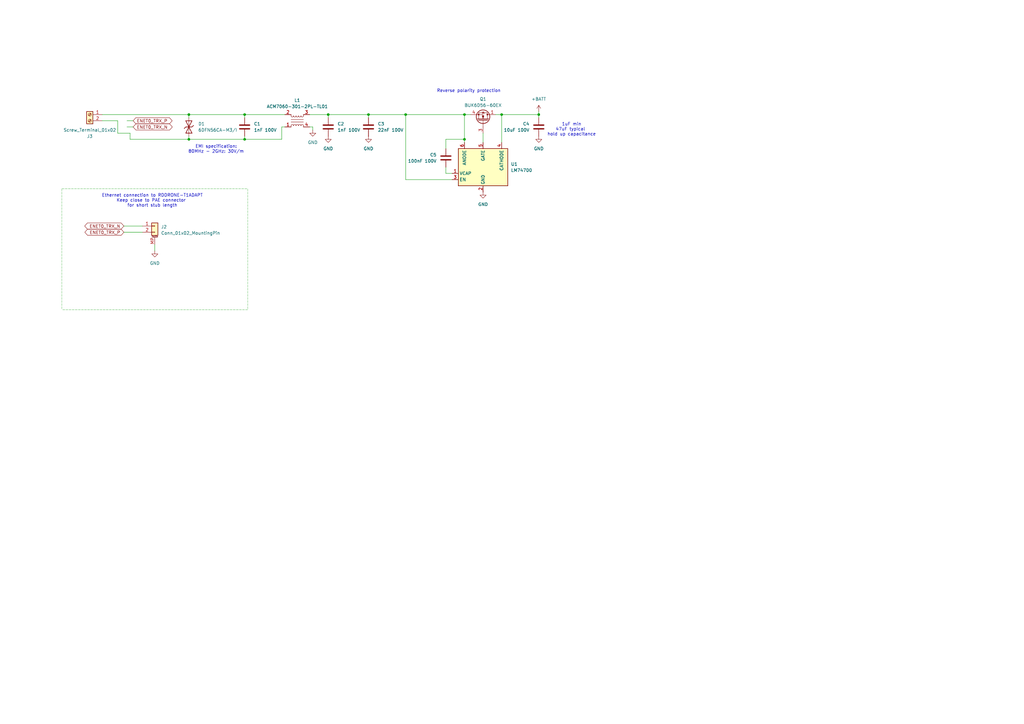
<source format=kicad_sch>
(kicad_sch (version 20250114) (generator "eeschema") (generator_version "9.0")
  (paper "A3")
  (title_block (title "MR-MCXN-T1") (date "2025-03-28") (rev "X0") (company "NXP SEMICONDUCTORS B.V.") (comment 3 "DESIGNER: YOURI TILS") (comment 4 "CTO SYSTEM INNOVATIONS / MOBILE ROBOTICS DOMAIN"))
  (lib_symbols
    (symbol "BUK6D56-60EX_1" (pin_names (hide yes))
      (property "Reference" "Q" (at 9.652 7.112 0))
      (property "Value" "BUK6D56-60EX" (at 9.652 4.572 0))
      (symbol "BUK6D56-60EX_1_0_1"
        (polyline (pts (xy 5.334 1.905) (xy 5.334 -1.905)) (stroke (width 0.254)))
        (polyline (pts (xy 5.334 0) (xy 2.54 0)))
        (polyline (pts (xy 5.842 2.286) (xy 5.842 -2.286)) (stroke (width 0.254)))
        (polyline (pts (xy 5.842 -1.778) (xy 8.382 -1.778) (xy 8.382 1.778) (xy 5.842 1.778)))
        (polyline (pts (xy 6.096 0) (xy 7.112 0.381) (xy 7.112 -0.381) (xy 6.096 0)) (fill (type outline)))
        (circle (center 6.731 0) (radius 2.794) (stroke (width 0.254)))
        (polyline (pts (xy 7.62 2.54) (xy 7.62 1.778)))
        (circle (center 7.62 1.778) (radius 0.254) (fill (type outline)))
        (circle (center 7.62 -1.778) (radius 0.254) (fill (type outline)))
        (polyline (pts (xy 7.62 -2.54) (xy 7.62 0) (xy 5.842 0)))
        (polyline (pts (xy 7.874 0.508) (xy 8.001 0.381) (xy 8.763 0.381) (xy 8.89 0.254)))
        (polyline (pts (xy 8.382 0.381) (xy 8.001 -0.254) (xy 8.763 -0.254) (xy 8.382 0.381)))
      )
      (symbol "BUK6D56-60EX_1_1_1"
        (pin input line (at 0 0 0) (length 2.54) (name "G") (number "3"))
        (pin passive line (at 7.62 5.08 270) (length 2.54) (name "D") (number "1"))
        (pin passive line (at 7.62 5.08 270) (length 2.54) (hide yes) (name "D_2") (number "2"))
        (pin passive line (at 7.62 5.08 270) (length 2.54) (hide yes) (name "D_3") (number "5"))
        (pin passive line (at 7.62 5.08 270) (length 2.54) (hide yes) (name "D_4") (number "6"))
        (pin passive line (at 7.62 5.08 270) (length 2.54) (hide yes) (name "D_5") (number "7"))
        (pin passive line (at 7.62 -5.08 90) (length 2.54) (name "S") (number "4"))
        (pin passive line (at 7.62 -5.08 90) (length 2.54) (hide yes) (name "S_2") (number "8"))
      )
    )
    (symbol "Capacitors:GRM1885C2A102JA01D" (pin_numbers (hide yes)) (pin_names (offset 0.254))
      (property "Reference" "C" (at 0.635 2.54 0))
      (property "Value" "1nF 100V" (at 0.635 -2.54 0))
      (symbol "GRM1885C2A102JA01D_0_1"
        (polyline (pts (xy -2.032 0.762) (xy 2.032 0.762)) (stroke (width 0.508)))
        (polyline (pts (xy -2.032 -0.762) (xy 2.032 -0.762)) (stroke (width 0.508)))
      )
      (symbol "GRM1885C2A102JA01D_1_1"
        (pin passive line (at 0 3.81 270) (length 2.794) (name "~") (number "1"))
        (pin passive line (at 0 -3.81 90) (length 2.794) (name "~") (number "2"))
      )
    )
    (symbol "Connector:Screw_Terminal_01x02" (pin_names (offset 1.016) (hide yes))
      (property "Reference" "J" (at 0 2.54 0))
      (property "Value" "Screw_Terminal_01x02" (at 0 -5.08 0))
      (symbol "Screw_Terminal_01x02_1_1"
        (rectangle (start -1.27 1.27) (end 1.27 -3.81) (stroke (width 0.254)) (fill (type background)))
        (polyline (pts (xy -0.5334 0.3302) (xy 0.3302 -0.508)) (stroke (width 0.1524)))
        (polyline (pts (xy -0.5334 -2.2098) (xy 0.3302 -3.048)) (stroke (width 0.1524)))
        (polyline (pts (xy -0.3556 0.508) (xy 0.508 -0.3302)) (stroke (width 0.1524)))
        (polyline (pts (xy -0.3556 -2.032) (xy 0.508 -2.8702)) (stroke (width 0.1524)))
        (circle (center 0 0) (radius 0.635) (stroke (width 0.1524)))
        (circle (center 0 -2.54) (radius 0.635) (stroke (width 0.1524)))
        (pin passive line (at -5.08 0 0) (length 3.81) (name "Pin_1") (number "1"))
        (pin passive line (at -5.08 -2.54 0) (length 3.81) (name "Pin_2") (number "2"))
      )
    )
    (symbol "Connector_Generic_MountingPin:Conn_01x02_MountingPin" (pin_names (offset 1.016) (hide yes))
      (property "Reference" "J" (at 0 2.54 0))
      (property "Value" "Conn_01x02_MountingPin" (at 1.27 -5.08 0))
      (symbol "Conn_01x02_MountingPin_1_1"
        (rectangle (start -1.27 1.27) (end 1.27 -3.81) (stroke (width 0.254)) (fill (type background)))
        (rectangle (start -1.27 0.127) (end 0 -0.127) (stroke (width 0.1524)))
        (rectangle (start -1.27 -2.413) (end 0 -2.667) (stroke (width 0.1524)))
        (polyline (pts (xy -1.016 -4.572) (xy 1.016 -4.572)) (stroke (width 0.1524)))
        (text "Mounting" (at 0 -4.191 0) (effects (font (size 0.381 0.381))))
        (pin passive line (at -5.08 0 0) (length 3.81) (name "Pin_1") (number "1"))
        (pin passive line (at -5.08 -2.54 0) (length 3.81) (name "Pin_2") (number "2"))
        (pin passive line (at 0 -7.62 90) (length 3.048) (name "MountPin") (number "MP"))
      )
    )
    (symbol "Device:C" (pin_numbers (hide yes)) (pin_names (offset 0.254))
      (property "Reference" "C" (at 0.635 2.54 0))
      (property "Value" "C" (at 0.635 -2.54 0))
      (symbol "C_0_1"
        (polyline (pts (xy -2.032 0.762) (xy 2.032 0.762)) (stroke (width 0.508)))
        (polyline (pts (xy -2.032 -0.762) (xy 2.032 -0.762)) (stroke (width 0.508)))
      )
      (symbol "C_1_1"
        (pin passive line (at 0 3.81 270) (length 2.794) (name "~") (number "1"))
        (pin passive line (at 0 -3.81 90) (length 2.794) (name "~") (number "2"))
      )
    )
    (symbol "Diodes:TVS-Bi,SMAJ43CA" (pin_numbers (hide yes)) (pin_names (offset 0))
      (property "Reference" "D" (at 2.032 0.834 0))
      (property "Value" "6DFN62CA-M3/I" (at 2.032 -1.2122 0))
      (symbol "TVS-Bi,SMAJ43CA_0_1"
        (polyline (pts (xy -1.905 -0.635) (xy -1.27 0) (xy 1.27 0) (xy 1.905 0.635)) (stroke (width 0.254)))
        (polyline (pts (xy -1.27 2.54) (xy 0 0) (xy 1.27 2.54) (xy -1.27 2.54)) (stroke (width 0.254)))
        (polyline (pts (xy 1.27 -2.54) (xy 0 0) (xy -1.27 -2.54) (xy 1.27 -2.54)) (stroke (width 0.254)))
      )
      (symbol "TVS-Bi,SMAJ43CA_1_1"
        (pin passive line (at 0 3.81 270) (length 3.81) (name "~") (number "2"))
        (pin passive line (at 0 -3.81 90) (length 3.81) (name "~") (number "1"))
      )
    )
    (symbol "Inductors:ACM7060-301-2PL-TL01" (pin_names (hide yes))
      (property "Reference" "L" (at 0.508 6.35 0))
      (property "Value" "ACM7060-301-2PL-TL01" (at 0.508 3.81 0))
      (symbol "ACM7060-301-2PL-TL01_0_1"
        (polyline (pts (xy 2.54 -0.508) (xy 2.54 0)))
        (polyline (pts (xy 2.54 -2.032) (xy 7.62 -2.032)))
        (polyline (pts (xy 2.54 -4.572) (xy 2.54 -5.08)))
        (arc (start 3.556 -0.508) (mid 3.048 -1.0138) (end 2.54 -0.508))
        (arc (start 2.54 -4.572) (mid 3.048 -4.0662) (end 3.556 -4.572))
        (arc (start 4.572 -0.508) (mid 4.064 -1.0138) (end 3.556 -0.508))
        (arc (start 3.556 -4.572) (mid 4.064 -4.0662) (end 4.572 -4.572))
        (arc (start 5.588 -0.508) (mid 5.08 -1.0138) (end 4.572 -0.508))
        (arc (start 4.572 -4.572) (mid 5.08 -4.0662) (end 5.588 -4.572))
        (arc (start 6.604 -0.508) (mid 6.096 -1.0138) (end 5.588 -0.508))
        (arc (start 5.588 -4.572) (mid 6.096 -4.0662) (end 6.604 -4.572))
        (arc (start 7.62 -0.508) (mid 7.112 -1.0138) (end 6.604 -0.508))
        (arc (start 6.604 -4.572) (mid 7.112 -4.0662) (end 7.62 -4.572))
        (polyline (pts (xy 7.62 0) (xy 7.62 -0.508)))
        (polyline (pts (xy 7.62 -3.048) (xy 2.54 -3.048)))
        (polyline (pts (xy 7.62 -4.572) (xy 7.62 -5.08)))
      )
      (symbol "ACM7060-301-2PL-TL01_1_1"
        (pin passive line (at 0 0 0) (length 2.54) (name "1") (number "1"))
        (pin passive line (at 0 -5.08 0) (length 2.54) (name "2") (number "2"))
        (pin passive line (at 10.16 0 180) (length 2.54) (name "4") (number "4"))
        (pin passive line (at 10.16 -5.08 180) (length 2.54) (name "3") (number "3"))
      )
    )
    (symbol "Power_Management:LM74700"
      (property "Reference" "U" (at -9.525 -8.89 0))
      (property "Value" "LM74700" (at 7.62 -8.89 0))
      (symbol "LM74700_0_1"
        (rectangle (start -10.16 7.62) (end 10.16 -7.62) (stroke (width 0.254)) (fill (type background)))
      )
      (symbol "LM74700_1_1"
        (pin passive line (at -12.7 -2.54 0) (length 2.54) (name "VCAP") (number "1"))
        (pin input line (at -12.7 -5.08 0) (length 2.54) (name "EN") (number "3"))
        (pin power_in line (at -7.62 10.16 270) (length 2.54) (name "ANODE") (number "6"))
        (pin output line (at 0 10.16 270) (length 2.54) (name "GATE") (number "5"))
        (pin power_in line (at 0 -10.16 90) (length 2.54) (name "GND") (number "2"))
        (pin input line (at 7.62 10.16 270) (length 2.54) (name "CATHODE") (number "4"))
      )
    )
    (symbol "power:+BATT" (power) (pin_numbers (hide yes)) (pin_names (offset 0) (hide yes))
      (property "Value" "+BATT" (at 0 3.556 0))
      (symbol "+BATT_0_1"
        (polyline (pts (xy -0.762 1.27) (xy 0 2.54)))
        (polyline (pts (xy 0 2.54) (xy 0.762 1.27)))
        (polyline (pts (xy 0 0) (xy 0 2.54)))
      )
      (symbol "+BATT_1_1"
        (pin power_in line (at 0 0 90) (length 0) (name "~") (number "1"))
      )
    )
    (symbol "power:GND" (power) (pin_numbers (hide yes)) (pin_names (offset 0) (hide yes))
      (property "Value" "GND" (at 0 -3.81 0))
      (symbol "GND_0_1"
        (polyline (pts (xy 0 0) (xy 0 -1.27) (xy 1.27 -1.27) (xy 0 -2.54) (xy -1.27 -1.27) (xy 0 -1.27)))
      )
      (symbol "GND_1_1"
        (pin power_in line (at 0 0 270) (length 0) (name "~") (number "1"))
      )
    )
  )
  (text "Ethernet connection to RDDRONE-T1ADAPT\nKeep close to PAE connector \nfor short stub length" (at 62.484 82.296 0) (effects (font (size 1.27 1.27))))
  (text "1uF min\n47uF typical \nhold up capacitance" (at 234.442 53.086 0) (effects (font (size 1.27 1.27))))
  (text "EMI specification:\n80MHz - 2GHz: 30V/m" (at 88.646 61.214 0) (effects (font (size 1.27 1.27))))
  (text "Reverse polarity protection" (at 192.278 37.338 0) (effects (font (size 1.27 1.27))))
  (junction (at 190.5 57.15))
  (junction (at 134.62 46.99))
  (junction (at 100.33 46.99))
  (junction (at 77.47 46.99))
  (junction (at 220.98 46.99))
  (junction (at 151.13 46.99))
  (junction (at 100.33 57.15))
  (junction (at 77.47 57.15))
  (junction (at 166.37 46.99))
  (junction (at 205.74 46.99))
  (junction (at 190.5 46.99))
  (wire (pts (xy 205.74 46.99) (xy 203.2 46.99)))
  (wire (pts (xy 190.5 57.15) (xy 190.5 58.42)))
  (wire (pts (xy 25.4 77.47) (xy 101.6 77.47)) (stroke (width 0.0762) (type dash)))
  (wire (pts (xy 220.98 45.72) (xy 220.98 46.99)))
  (wire (pts (xy 166.37 46.99) (xy 190.5 46.99)))
  (wire (pts (xy 100.33 46.99) (xy 100.33 48.26)))
  (wire (pts (xy 127 46.99) (xy 134.62 46.99)))
  (wire (pts (xy 100.33 46.99) (xy 116.84 46.99)))
  (wire (pts (xy 151.13 48.26) (xy 151.13 46.99)))
  (wire (pts (xy 77.47 46.99) (xy 77.47 48.26)))
  (wire (pts (xy 134.62 46.99) (xy 134.62 48.26)))
  (wire (pts (xy 100.33 57.15) (xy 115.57 57.15)))
  (wire (pts (xy 182.88 60.96) (xy 182.88 57.15)))
  (wire (pts (xy 134.62 46.99) (xy 151.13 46.99)))
  (wire (pts (xy 190.5 46.99) (xy 190.5 57.15)))
  (wire (pts (xy 205.74 58.42) (xy 205.74 46.99)))
  (wire (pts (xy 77.47 46.99) (xy 100.33 46.99)))
  (wire (pts (xy 115.57 52.07) (xy 116.84 52.07)))
  (wire (pts (xy 77.47 55.88) (xy 77.47 57.15)))
  (wire (pts (xy 182.88 71.12) (xy 182.88 68.58)))
  (wire (pts (xy 50.8 95.25) (xy 58.42 95.25)))
  (wire (pts (xy 48.26 54.61) (xy 48.26 49.53)))
  (wire (pts (xy 198.12 54.61) (xy 198.12 58.42)))
  (wire (pts (xy 54.61 49.53) (xy 52.07 49.53)))
  (wire (pts (xy 48.26 54.61) (xy 53.34 54.61)))
  (wire (pts (xy 101.6 77.47) (xy 101.6 127)) (stroke (width 0.0762) (type dash)))
  (wire (pts (xy 166.37 73.66) (xy 166.37 46.99)))
  (wire (pts (xy 128.27 52.07) (xy 127 52.07)))
  (wire (pts (xy 115.57 52.07) (xy 115.57 57.15)))
  (wire (pts (xy 48.26 49.53) (xy 41.91 49.53)))
  (wire (pts (xy 185.42 73.66) (xy 166.37 73.66)))
  (wire (pts (xy 220.98 48.26) (xy 220.98 46.99)))
  (wire (pts (xy 77.47 57.15) (xy 100.33 57.15)))
  (wire (pts (xy 205.74 46.99) (xy 220.98 46.99)))
  (wire (pts (xy 151.13 46.99) (xy 166.37 46.99)))
  (wire (pts (xy 50.8 92.71) (xy 58.42 92.71)))
  (wire (pts (xy 101.6 127) (xy 25.4 127)) (stroke (width 0.0762) (type dash)))
  (wire (pts (xy 41.91 46.99) (xy 77.47 46.99)))
  (wire (pts (xy 54.61 52.07) (xy 52.07 52.07)))
  (wire (pts (xy 53.34 57.15) (xy 77.47 57.15)))
  (wire (pts (xy 193.04 46.99) (xy 190.5 46.99)))
  (wire (pts (xy 25.4 77.47) (xy 25.4 127)) (stroke (width 0.0762) (type dash)))
  (wire (pts (xy 128.27 53.34) (xy 128.27 52.07)))
  (wire (pts (xy 53.34 54.61) (xy 53.34 57.15)))
  (wire (pts (xy 100.33 55.88) (xy 100.33 57.15)))
  (wire (pts (xy 182.88 57.15) (xy 190.5 57.15)))
  (wire (pts (xy 63.5 100.33) (xy 63.5 102.87)))
  (wire (pts (xy 185.42 71.12) (xy 182.88 71.12)))
  (global_label "ENET0_TRX_N" (shape bidirectional) (at 50.8 92.71 180) (property "Intersheetrefs" "${INTERSHEET_REFS}" (at 34.1851 92.71 0) (effects (justify right))))
  (global_label "ENET0_TRX_N" (shape bidirectional) (at 54.61 52.07 0) (property "Intersheetrefs" "${INTERSHEET_REFS}" (at 71.2249 52.07 0) (effects (justify left))))
  (global_label "ENET0_TRX_P" (shape bidirectional) (at 54.61 49.53 0) (property "Intersheetrefs" "${INTERSHEET_REFS}" (at 71.1644 49.53 0) (effects (justify left))))
  (global_label "ENET0_TRX_P" (shape bidirectional) (at 50.8 95.25 180) (property "Intersheetrefs" "${INTERSHEET_REFS}" (at 34.2456 95.25 0) (effects (justify right))))
  (symbol (lib_id "power:GND") (at 220.98 55.88 0) (unit 1)
    (property "Reference" "#PWR05" (effects (hide yes)))
    (property "Value" "GND" (at 220.98 60.96 0))
    (property "Description" "Power symbol creates a global label with name \"GND\" , ground" (effects (hide yes)))
  )
  (symbol (lib_id "power:GND") (at 63.5 102.87 0) (unit 1)
    (property "Reference" "#PWR0143" (effects (hide yes)))
    (property "Value" "GND" (at 63.5 107.95 0))
    (property "Description" "Power symbol creates a global label with name \"GND\" , ground" (effects (hide yes)))
  )
  (symbol (lib_id "power:GND") (at 151.13 55.88 0) (unit 1)
    (property "Reference" "#PWR04" (effects (hide yes)))
    (property "Value" "GND" (at 151.13 60.96 0))
    (property "Description" "Power symbol creates a global label with name \"GND\" , ground" (effects (hide yes)))
  )
  (symbol (lib_id "Capacitors:GRM1885C2A102JA01D") (at 134.62 52.07 0) (unit 1)
    (property "Reference" "C2" (at 138.43 50.7999 0) (effects (justify left)))
    (property "Value" "1nF 100V" (at 138.43 53.3399 0) (effects (justify left)))
    (property "Footprint" "Capacitor_SMD:C_0402_1005Metric" (effects (hide yes)))
    (property "Datasheet" "https://search.murata.co.jp/Ceramy/image/img/A01X/G101/ENG/GRM1885C2A102JA01-01.pdf" (effects (hide yes)))
    (property "Description" "CAP CER 1000PF 100V C0G/NP0 0603" (effects (hide yes)))
    (property "MF" "Murata Electronics" (effects (hide yes)))
    (property "MFPN" "GCM155R72A102KA37D" (effects (hide yes)))
    (property "JLCPCB" "C126538" (effects (hide yes)))
    (property "DigiKey" "490-4764-1-ND " (effects (hide yes)))
  )
  (symbol (lib_id "Diodes:TVS-Bi,SMAJ43CA") (at 77.47 52.07 0) (unit 1)
    (property "Reference" "D1" (at 81.28 50.7999 0) (effects (justify left)))
    (property "Value" "6DFN56CA-M3/I" (at 81.28 53.3399 0) (effects (justify left)))
    (property "Footprint" "Diodes:DFN3820A" (effects (hide yes)))
    (property "Datasheet" "https://www.vishay.com/docs/98490/6dfn12cathru6dfn100ca.pdf" (effects (hide yes)))
    (property "Description" "TVS DIODE 47.8VWM 77VC DFN3820A" (effects (hide yes)))
    (property "MF" "Vishay" (effects (hide yes)))
    (property "MFPN" "6DFN56CA-M3/I" (effects (hide yes)))
    (property "DigiKey" "112-6DFN56CA-M3/ICT-ND" (effects (hide yes)))
    (property "JLCPCB" "-" (effects (hide yes)))
  )
  (symbol (lib_id "Connector_Generic_MountingPin:Conn_01x02_MountingPin") (at 63.5 92.71 0) (unit 1)
    (property "Reference" "J2" (at 66.04 93.0655 0) (effects (justify left)))
    (property "Value" "Conn_01x02_MountingPin" (at 66.04 95.6055 0) (effects (justify left)))
    (property "Footprint" "Connector_JST:JST_GH_SM02B-GHS-TB_1x02-1MP_P1.25mm_Horizontal" (effects (hide yes)))
    (property "Description" "Generic connectable mounting pin connector, single row, 01x02, script generated (kicad-library-utils/schlib/autogen/connector/)" (effects (hide yes)))
  )
  (symbol (lib_id "power:GND") (at 128.27 53.34 0) (unit 1)
    (property "Reference" "#PWR02" (effects (hide yes)))
    (property "Value" "GND" (at 128.27 58.42 0))
    (property "Description" "Power symbol creates a global label with name \"GND\" , ground" (effects (hide yes)))
  )
  (symbol (lib_id "Device:C") (at 151.13 52.07 180) (unit 1)
    (property "Reference" "C3" (at 154.94 50.7999 0) (effects (justify right)))
    (property "Value" "22nF 100V" (at 154.94 53.3399 0) (effects (justify right)))
    (property "Footprint" "Capacitor_SMD:C_0603_1608Metric" (effects (hide yes)))
    (property "Description" "Unpolarized capacitor" (effects (hide yes)))
    (property "MF" "YAGEO" (effects (hide yes)))
    (property "MFPN" "CC0603KRX7R0BB223" (effects (hide yes)))
    (property "JLCPCB" "C313105" (effects (hide yes)))
    (property "DigiKey" "311-1792-1-ND " (effects (hide yes)))
  )
  (symbol (lib_id "Connector:Screw_Terminal_01x02") (at 36.83 46.99 0) (mirror y) (unit 1)
    (property "Reference" "J3" (at 36.83 55.88 0))
    (property "Value" "Screw_Terminal_01x02" (at 36.83 53.34 0))
    (property "Footprint" "TerminalBlock_Phoenix:TerminalBlock_Phoenix_MKDS-1,5-2_1x02_P5.00mm_Horizontal" (effects (hide yes)))
    (property "Description" "Generic screw terminal, single row, 01x02, script generated (kicad-library-utils/schlib/autogen/connector/)" (effects (hide yes)))
  )
  (symbol (lib_id "Device:C") (at 182.88 64.77 0) (mirror x) (unit 1)
    (property "Reference" "C5" (at 179.07 63.4999 0) (effects (justify right)))
    (property "Value" "100nF 100V" (at 179.07 66.0399 0) (effects (justify right)))
    (property "Footprint" "Capacitor_SMD:C_0603_1608Metric" (effects (hide yes)))
    (property "Description" "Unpolarized capacitor" (effects (hide yes)))
    (property "MF" "YAGEO" (effects (hide yes)))
    (property "MFPN" "CC0603KRX7R0BB104" (effects (hide yes)))
    (property "JLCPCB" "C113803" (effects (hide yes)))
    (property "DigiKey" "311-1523-1-ND " (effects (hide yes)))
  )
  (symbol (lib_id "Inductors:ACM7060-301-2PL-TL01") (at 116.84 52.07 0) (mirror x) (unit 1)
    (property "Reference" "L1" (at 121.92 41.148 0))
    (property "Value" "ACM7060-301-2PL-TL01" (at 121.92 43.688 0))
    (property "Footprint" "Inductors:ACM70603012PLTL01" (effects (hide yes)))
    (property "Datasheet" "https://product.tdk.com/system/files/dam/doc/product/emc/emc/cmf_cmc/catalog/cmf_commercial_power_acm7060_en.pdf" (effects (hide yes)))
    (property "Description" "Common Mode Filters / Chokes, |Z|=300 at 100MHz, L x W x T :" (effects (hide yes)))
    (property "MF" "TDK Corporation" (effects (hide yes)))
    (property "MFPN" "ACM7060-301-2PL-TL01" (effects (hide yes)))
    (property "JLCPCB" "C76580" (effects (hide yes)))
    (property "DigiKey" "445-2214-1-ND " (effects (hide yes)))
  )
  (symbol (lib_id "power:GND") (at 198.12 78.74 0) (unit 1)
    (property "Reference" "#PWR07" (effects (hide yes)))
    (property "Value" "GND" (at 198.12 83.82 0))
    (property "Description" "Power symbol creates a global label with name \"GND\" , ground" (effects (hide yes)))
  )
  (symbol (lib_id "power:+BATT") (at 220.98 45.72 0) (unit 1)
    (property "Reference" "#PWR01" (effects (hide yes)))
    (property "Value" "+BATT" (at 220.98 40.64 0))
    (property "Description" "Power symbol creates a global label with name \"+BATT\"" (effects (hide yes)))
  )
  (symbol (lib_id "Device:C") (at 220.98 52.07 0) (mirror x) (unit 1)
    (property "Reference" "C4" (at 217.17 50.7999 0) (effects (justify right)))
    (property "Value" "10uF 100V" (at 217.17 53.3399 0) (effects (justify right)))
    (property "Footprint" "Capacitor_SMD:C_1210_3225Metric" (effects (hide yes)))
    (property "Description" "Unpolarized capacitor" (effects (hide yes)))
    (property "MF" "Murata Electronics" (effects (hide yes)))
    (property "MFPN" "GRM32EC72A106KE05L" (effects (hide yes)))
    (property "DigiKey" "490-16266-1-ND" (effects (hide yes)))
    (property "JLCPCB" "C576517" (effects (hide yes)))
  )
  (symbol (lib_id "power:GND") (at 134.62 55.88 0) (unit 1)
    (property "Reference" "#PWR03" (effects (hide yes)))
    (property "Value" "GND" (at 134.62 60.96 0))
    (property "Description" "Power symbol creates a global label with name \"GND\" , ground" (effects (hide yes)))
  )
  (symbol (lib_name "BUK6D56-60EX_1") (lib_id "MOSFETs:BUK6D56-60EX") (at 198.12 54.61 270) (mirror x) (unit 1)
    (property "Reference" "Q1" (at 198.12 40.64 90))
    (property "Value" "BUK6D56-60EX" (at 198.12 43.18 90))
    (property "Footprint" "MOSFETs:BUK6D5660EX" (effects (hide yes)))
    (property "Datasheet" "https://assets.nexperia.com/documents/data-sheet/BUK6D56-60E.pdf" (effects (hide yes)))
    (property "Description" "N-Channel 60 V 4A (Ta), 11A (Tc) 2W (Ta), 15W (Tc) Surface Mount DFN2020MD-6, MOSFET N-CH 60V 4A/11A 6DFN" (effects (hide yes)))
    (property "MF" "Nexperia" (effects (hide yes)))
    (property "MFPN" "BUK6D56-60EX" (effects (hide yes)))
    (property "JLCPCB" "C549796" (effects (hide yes)))
    (property "DigiKey" "1727-8676-1-ND " (effects (hide yes)))
  )
  (symbol (lib_id "Power_Management:LM74700") (at 198.12 68.58 0) (unit 1)
    (property "Reference" "U1" (at 209.55 67.3099 0) (effects (justify left)))
    (property "Value" "LM74700" (at 209.55 69.8499 0) (effects (justify left)))
    (property "Footprint" "Package_TO_SOT_SMD:SOT-23-6" (effects (hide yes)))
    (property "Datasheet" "http://www.ti.com/lit/gpn/LM74700-Q1" (effects (hide yes)))
    (property "Description" "Low Iq reverse battery protection ideal diode controller, SOT-23-6" (effects (hide yes)))
    (property "MF" "Texas Instruments" (effects (hide yes)))
    (property "MFPN" "LM74700QDBVRQ1" (effects (hide yes)))
    (property "JLCPCB" "C2941042" (effects (hide yes)))
    (property "DigiKey" "296-LM74700QDBVRQ1CT-ND " (effects (hide yes)))
  )
  (symbol (lib_id "Capacitors:GRM1885C2A102JA01D") (at 100.33 52.07 0) (unit 1)
    (property "Reference" "C1" (at 104.14 50.7999 0) (effects (justify left)))
    (property "Value" "1nF 100V" (at 104.14 53.3399 0) (effects (justify left)))
    (property "Footprint" "Capacitor_SMD:C_0402_1005Metric" (effects (hide yes)))
    (property "Datasheet" "https://search.murata.co.jp/Ceramy/image/img/A01X/G101/ENG/GRM1885C2A102JA01-01.pdf" (effects (hide yes)))
    (property "Description" "CAP CER 1000PF 100V C0G/NP0 0603" (effects (hide yes)))
    (property "MF" "Murata Electronics" (effects (hide yes)))
    (property "MFPN" "GCM155R72A102KA37D" (effects (hide yes)))
    (property "JLCPCB" "C126538" (effects (hide yes)))
    (property "DigiKey" "490-4764-1-ND " (effects (hide yes)))
  )
)
</source>
